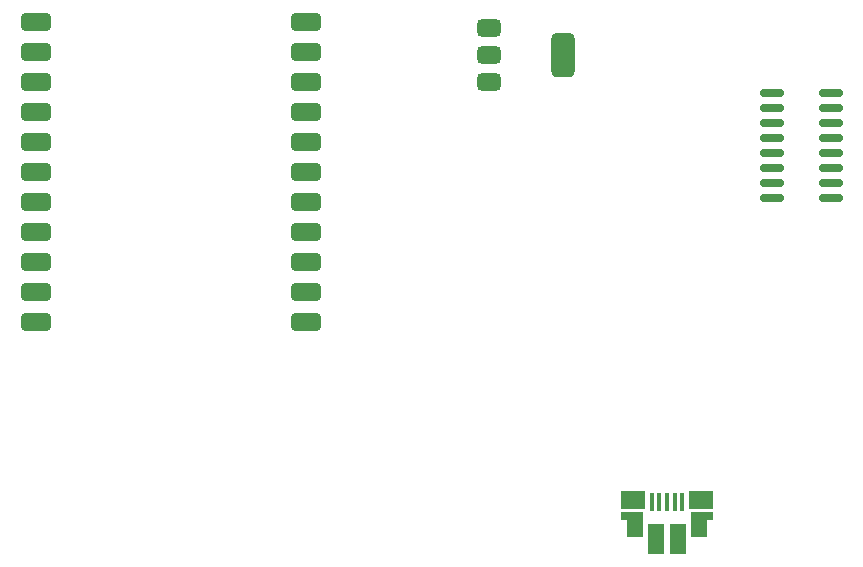
<source format=gbr>
%TF.GenerationSoftware,KiCad,Pcbnew,9.0.0*%
%TF.CreationDate,2025-04-09T12:13:31+05:30*%
%TF.ProjectId,ES lab Assignment,4553206c-6162-4204-9173-7369676e6d65,rev?*%
%TF.SameCoordinates,Original*%
%TF.FileFunction,Paste,Top*%
%TF.FilePolarity,Positive*%
%FSLAX46Y46*%
G04 Gerber Fmt 4.6, Leading zero omitted, Abs format (unit mm)*
G04 Created by KiCad (PCBNEW 9.0.0) date 2025-04-09 12:13:31*
%MOMM*%
%LPD*%
G01*
G04 APERTURE LIST*
G04 Aperture macros list*
%AMRoundRect*
0 Rectangle with rounded corners*
0 $1 Rounding radius*
0 $2 $3 $4 $5 $6 $7 $8 $9 X,Y pos of 4 corners*
0 Add a 4 corners polygon primitive as box body*
4,1,4,$2,$3,$4,$5,$6,$7,$8,$9,$2,$3,0*
0 Add four circle primitives for the rounded corners*
1,1,$1+$1,$2,$3*
1,1,$1+$1,$4,$5*
1,1,$1+$1,$6,$7*
1,1,$1+$1,$8,$9*
0 Add four rect primitives between the rounded corners*
20,1,$1+$1,$2,$3,$4,$5,0*
20,1,$1+$1,$4,$5,$6,$7,0*
20,1,$1+$1,$6,$7,$8,$9,0*
20,1,$1+$1,$8,$9,$2,$3,0*%
G04 Aperture macros list end*
%ADD10R,0.400000X1.650000*%
%ADD11R,1.825000X0.700000*%
%ADD12R,2.000000X1.500000*%
%ADD13R,1.350000X2.000000*%
%ADD14R,1.430000X2.500000*%
%ADD15RoundRect,0.375000X-0.625000X-0.375000X0.625000X-0.375000X0.625000X0.375000X-0.625000X0.375000X0*%
%ADD16RoundRect,0.500000X-0.500000X-1.400000X0.500000X-1.400000X0.500000X1.400000X-0.500000X1.400000X0*%
%ADD17RoundRect,0.150000X-0.850000X-0.150000X0.850000X-0.150000X0.850000X0.150000X-0.850000X0.150000X0*%
%ADD18RoundRect,0.381000X-0.889000X-0.381000X0.889000X-0.381000X0.889000X0.381000X-0.889000X0.381000X0*%
G04 APERTURE END LIST*
D10*
%TO.C,J1*%
X148300000Y-108785000D03*
X148950000Y-108785000D03*
X149600000Y-108785000D03*
X150250000Y-108785000D03*
X150900000Y-108785000D03*
D11*
X146650000Y-109985000D03*
D12*
X146750000Y-108685000D03*
D13*
X146870000Y-110735000D03*
D14*
X148640000Y-111935000D03*
X150560000Y-111935000D03*
D13*
X152350000Y-110735000D03*
D12*
X152500000Y-108665000D03*
D11*
X152600000Y-109985000D03*
%TD*%
D15*
%TO.C,U4*%
X134500000Y-68700000D03*
X134500000Y-71000000D03*
D16*
X140800000Y-71000000D03*
D15*
X134500000Y-73300000D03*
%TD*%
D17*
%TO.C,U2*%
X158500000Y-74155000D03*
X158500000Y-75425000D03*
X158500000Y-76695000D03*
X158500000Y-77965000D03*
X158500000Y-79235000D03*
X158500000Y-80505000D03*
X158500000Y-81775000D03*
X158500000Y-83045000D03*
X163500000Y-83045000D03*
X163500000Y-81775000D03*
X163500000Y-80505000D03*
X163500000Y-79235000D03*
X163500000Y-77965000D03*
X163500000Y-76695000D03*
X163500000Y-75425000D03*
X163500000Y-74155000D03*
%TD*%
D18*
%TO.C,U1*%
X96140000Y-68200000D03*
X96140000Y-70740000D03*
X96140000Y-73280000D03*
X96140000Y-75820000D03*
X96140000Y-78360000D03*
X96140000Y-80900000D03*
X96140000Y-83440000D03*
X96140000Y-85980000D03*
X96140000Y-88520000D03*
X96140000Y-91060000D03*
X96140000Y-93600000D03*
X119000000Y-93600000D03*
X119000000Y-91060000D03*
X119000000Y-88520000D03*
X119000000Y-85980000D03*
X119000000Y-83440000D03*
X119000000Y-80900000D03*
X119000000Y-78360000D03*
X119000000Y-75820000D03*
X119000000Y-73280000D03*
X119000000Y-70740000D03*
X119000000Y-68200000D03*
%TD*%
M02*

</source>
